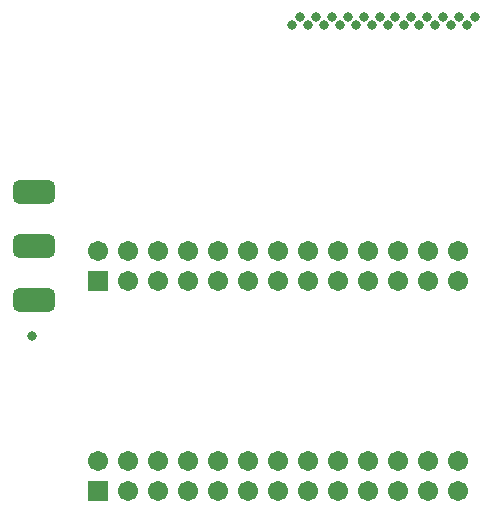
<source format=gts>
G04*
G04 #@! TF.GenerationSoftware,Altium Limited,Altium Designer,18.0.12 (696)*
G04*
G04 Layer_Color=8388736*
%FSLAX25Y25*%
%MOIN*%
G70*
G01*
G75*
G04:AMPARAMS|DCode=13|XSize=141.86mil|YSize=78.87mil|CornerRadius=21.72mil|HoleSize=0mil|Usage=FLASHONLY|Rotation=0.000|XOffset=0mil|YOffset=0mil|HoleType=Round|Shape=RoundedRectangle|*
%AMROUNDEDRECTD13*
21,1,0.14186,0.03543,0,0,0.0*
21,1,0.09843,0.07887,0,0,0.0*
1,1,0.04343,0.04921,-0.01772*
1,1,0.04343,-0.04921,-0.01772*
1,1,0.04343,-0.04921,0.01772*
1,1,0.04343,0.04921,0.01772*
%
%ADD13ROUNDEDRECTD13*%
%ADD14R,0.06706X0.06706*%
%ADD15C,0.06706*%
%ADD16C,0.03200*%
D13*
X158500Y291500D02*
D03*
Y309500D02*
D03*
Y273500D02*
D03*
D14*
X180000Y280000D02*
D03*
Y210000D02*
D03*
D15*
Y290000D02*
D03*
X190000Y280000D02*
D03*
Y290000D02*
D03*
X200000Y280000D02*
D03*
Y290000D02*
D03*
X210000Y280000D02*
D03*
Y290000D02*
D03*
X220000Y280000D02*
D03*
Y290000D02*
D03*
X230000Y280000D02*
D03*
Y290000D02*
D03*
X240000Y280000D02*
D03*
Y290000D02*
D03*
X250000Y280000D02*
D03*
Y290000D02*
D03*
X260000Y280000D02*
D03*
Y290000D02*
D03*
X270000Y280000D02*
D03*
Y290000D02*
D03*
X280000Y280000D02*
D03*
Y290000D02*
D03*
X290000Y280000D02*
D03*
Y290000D02*
D03*
X300000Y280000D02*
D03*
Y290000D02*
D03*
X180000Y220000D02*
D03*
X190000Y210000D02*
D03*
Y220000D02*
D03*
X200000Y210000D02*
D03*
Y220000D02*
D03*
X210000Y210000D02*
D03*
Y220000D02*
D03*
X220000Y210000D02*
D03*
Y220000D02*
D03*
X230000Y210000D02*
D03*
Y220000D02*
D03*
X240000Y210000D02*
D03*
Y220000D02*
D03*
X250000Y210000D02*
D03*
Y220000D02*
D03*
X260000Y210000D02*
D03*
Y220000D02*
D03*
X270000Y210000D02*
D03*
Y220000D02*
D03*
X280000Y210000D02*
D03*
Y220000D02*
D03*
X290000Y210000D02*
D03*
Y220000D02*
D03*
X300000Y210000D02*
D03*
Y220000D02*
D03*
D16*
X158000Y261500D02*
D03*
X255300Y365300D02*
D03*
X260600D02*
D03*
X265900D02*
D03*
X271200D02*
D03*
X276500D02*
D03*
X257900Y368000D02*
D03*
X250000Y365300D02*
D03*
X247300Y368000D02*
D03*
X244700Y365300D02*
D03*
X300300Y368000D02*
D03*
X297700Y365300D02*
D03*
X305600Y368000D02*
D03*
X303000Y365300D02*
D03*
X295000Y368000D02*
D03*
X289700D02*
D03*
X292400Y365300D02*
D03*
X284400Y368000D02*
D03*
X287100Y365300D02*
D03*
X252600Y368000D02*
D03*
X263200D02*
D03*
X268500D02*
D03*
X281800Y365300D02*
D03*
X279100Y368000D02*
D03*
X273800D02*
D03*
M02*

</source>
